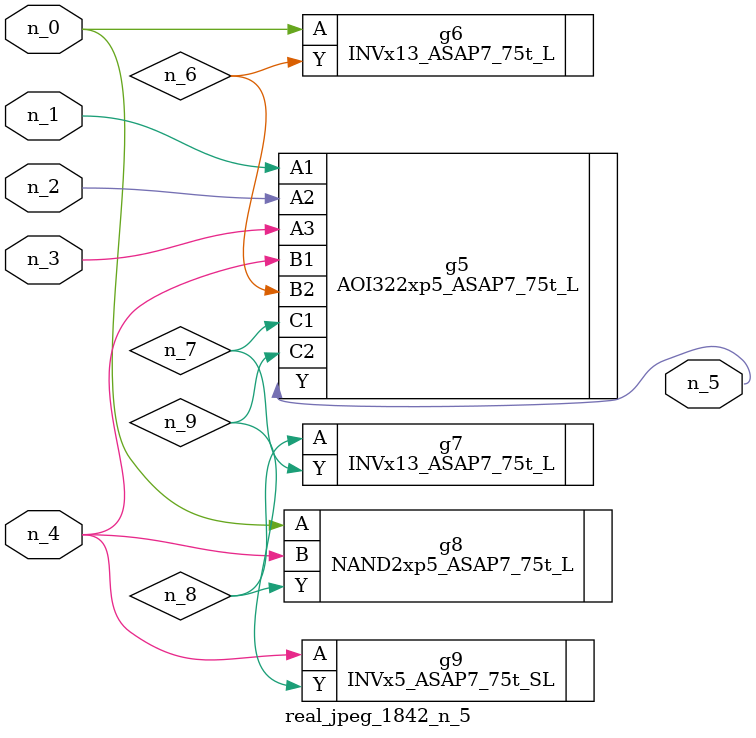
<source format=v>
module real_jpeg_1842_n_5 (n_4, n_0, n_1, n_2, n_3, n_5);

input n_4;
input n_0;
input n_1;
input n_2;
input n_3;

output n_5;

wire n_8;
wire n_6;
wire n_7;
wire n_9;

INVx13_ASAP7_75t_L g6 ( 
.A(n_0),
.Y(n_6)
);

NAND2xp5_ASAP7_75t_L g8 ( 
.A(n_0),
.B(n_4),
.Y(n_8)
);

AOI322xp5_ASAP7_75t_L g5 ( 
.A1(n_1),
.A2(n_2),
.A3(n_3),
.B1(n_4),
.B2(n_6),
.C1(n_7),
.C2(n_9),
.Y(n_5)
);

INVx5_ASAP7_75t_SL g9 ( 
.A(n_4),
.Y(n_9)
);

INVx13_ASAP7_75t_L g7 ( 
.A(n_8),
.Y(n_7)
);


endmodule
</source>
